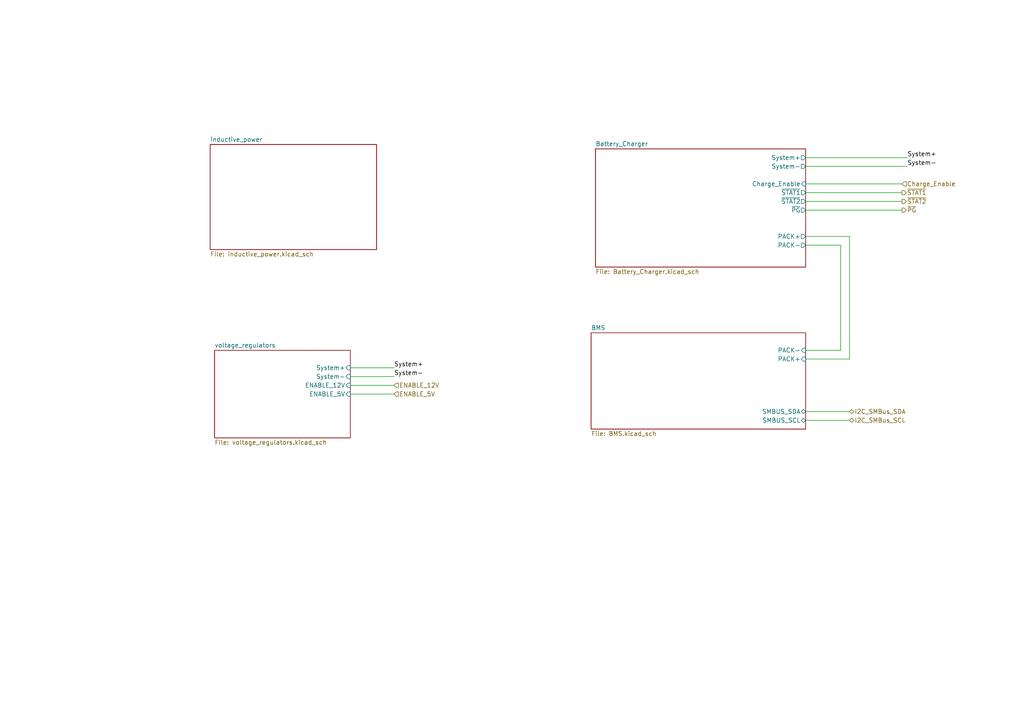
<source format=kicad_sch>
(kicad_sch
	(version 20231120)
	(generator "eeschema")
	(generator_version "8.0")
	(uuid "a4bc7239-59bc-442e-a340-7f23e56e5be3")
	(paper "A4")
	(title_block
		(date "2022-01-24")
	)
	(lib_symbols)
	(wire
		(pts
			(xy 233.68 104.14) (xy 246.38 104.14)
		)
		(stroke
			(width 0)
			(type default)
		)
		(uuid "05c253af-39c0-4001-8b56-2f43f969e0d4")
	)
	(wire
		(pts
			(xy 246.38 104.14) (xy 246.38 68.58)
		)
		(stroke
			(width 0)
			(type default)
		)
		(uuid "187fa065-9745-458c-83b3-61fbd4fed407")
	)
	(wire
		(pts
			(xy 246.38 68.58) (xy 233.68 68.58)
		)
		(stroke
			(width 0)
			(type default)
		)
		(uuid "1f3c18b8-377f-4478-ae19-2aec4213ba7c")
	)
	(wire
		(pts
			(xy 243.84 71.12) (xy 243.84 101.6)
		)
		(stroke
			(width 0)
			(type default)
		)
		(uuid "3c387267-a48d-45fb-bc26-faf451adb339")
	)
	(wire
		(pts
			(xy 233.68 55.88) (xy 261.62 55.88)
		)
		(stroke
			(width 0)
			(type default)
		)
		(uuid "482b6905-1b07-4f0e-8af1-2add861e227f")
	)
	(wire
		(pts
			(xy 233.68 53.34) (xy 261.62 53.34)
		)
		(stroke
			(width 0)
			(type default)
		)
		(uuid "65b46748-6c22-42d4-858b-f7f8bb018451")
	)
	(wire
		(pts
			(xy 233.68 121.92) (xy 246.38 121.92)
		)
		(stroke
			(width 0)
			(type default)
		)
		(uuid "80060225-be81-4ce7-a1e5-7f82e36b45c7")
	)
	(wire
		(pts
			(xy 233.68 119.38) (xy 246.38 119.38)
		)
		(stroke
			(width 0)
			(type default)
		)
		(uuid "84d42205-c4f4-4134-9485-3c4723d20ada")
	)
	(wire
		(pts
			(xy 101.6 111.76) (xy 114.3 111.76)
		)
		(stroke
			(width 0)
			(type default)
		)
		(uuid "92778993-a574-4a11-8389-af9ff80529db")
	)
	(wire
		(pts
			(xy 101.6 109.22) (xy 114.3 109.22)
		)
		(stroke
			(width 0)
			(type default)
		)
		(uuid "9bf0c635-5143-4e9b-ace9-789af9d8fa84")
	)
	(wire
		(pts
			(xy 101.6 114.3) (xy 114.3 114.3)
		)
		(stroke
			(width 0)
			(type default)
		)
		(uuid "a7ae20af-18e4-4270-bb9c-bca515401b6b")
	)
	(wire
		(pts
			(xy 233.68 45.72) (xy 263.144 45.72)
		)
		(stroke
			(width 0)
			(type default)
		)
		(uuid "ba7247f9-538e-4ad0-8235-b65e2fd341d1")
	)
	(wire
		(pts
			(xy 233.68 48.26) (xy 263.144 48.26)
		)
		(stroke
			(width 0)
			(type default)
		)
		(uuid "c9dce4f2-7275-4567-b453-3ebffc432ac7")
	)
	(wire
		(pts
			(xy 233.68 60.96) (xy 261.62 60.96)
		)
		(stroke
			(width 0)
			(type default)
		)
		(uuid "cfd2e184-88d3-49ea-ace1-5d95369e1980")
	)
	(wire
		(pts
			(xy 101.6 106.68) (xy 114.3 106.68)
		)
		(stroke
			(width 0)
			(type default)
		)
		(uuid "dbb19034-21da-4fb6-8c29-c6ea2249951b")
	)
	(wire
		(pts
			(xy 233.68 58.42) (xy 261.62 58.42)
		)
		(stroke
			(width 0)
			(type default)
		)
		(uuid "dd12ac44-1889-4b04-a825-a798eda1a16d")
	)
	(wire
		(pts
			(xy 243.84 101.6) (xy 233.68 101.6)
		)
		(stroke
			(width 0)
			(type default)
		)
		(uuid "e0460e84-fae2-4f7a-9cb4-b83428d4856d")
	)
	(wire
		(pts
			(xy 233.68 71.12) (xy 243.84 71.12)
		)
		(stroke
			(width 0)
			(type default)
		)
		(uuid "f8fbd867-6dc6-4998-a42d-98f97ef6ba16")
	)
	(label "System-"
		(at 263.144 48.26 0)
		(fields_autoplaced yes)
		(effects
			(font
				(size 1.27 1.27)
			)
			(justify left bottom)
		)
		(uuid "01ed4c7a-2c9f-4faa-a2b9-17d3bfad5fee")
	)
	(label "System+"
		(at 263.144 45.72 0)
		(fields_autoplaced yes)
		(effects
			(font
				(size 1.27 1.27)
			)
			(justify left bottom)
		)
		(uuid "3014df41-7cc7-48bd-82d4-fd2845f1f060")
	)
	(label "System-"
		(at 114.3 109.22 0)
		(fields_autoplaced yes)
		(effects
			(font
				(size 1.27 1.27)
			)
			(justify left bottom)
		)
		(uuid "49c7ce44-1118-45c1-bab4-feed828a56c8")
	)
	(label "System+"
		(at 114.3 106.68 0)
		(fields_autoplaced yes)
		(effects
			(font
				(size 1.27 1.27)
			)
			(justify left bottom)
		)
		(uuid "b45bad43-df07-4f68-85b5-14ad00fe2ace")
	)
	(hierarchical_label "I2C_SMBus_SCL"
		(shape bidirectional)
		(at 246.38 121.92 0)
		(fields_autoplaced yes)
		(effects
			(font
				(size 1.27 1.27)
			)
			(justify left)
		)
		(uuid "0dd48be1-6948-4a28-a6fd-99b3c83dcb6c")
	)
	(hierarchical_label "Charge_Enable"
		(shape input)
		(at 261.62 53.34 0)
		(fields_autoplaced yes)
		(effects
			(font
				(size 1.27 1.27)
			)
			(justify left)
		)
		(uuid "27ee3a89-7c17-4b12-90c6-6e4140210b6e")
	)
	(hierarchical_label "ENABLE_12V"
		(shape input)
		(at 114.3 111.76 0)
		(fields_autoplaced yes)
		(effects
			(font
				(size 1.27 1.27)
			)
			(justify left)
		)
		(uuid "35e421d8-2c1a-498d-9413-543122a9facd")
	)
	(hierarchical_label "~{STAT1}"
		(shape output)
		(at 261.62 55.88 0)
		(fields_autoplaced yes)
		(effects
			(font
				(size 1.27 1.27)
			)
			(justify left)
		)
		(uuid "3f6f091f-fc73-431c-9ee7-022e6df43a5d")
	)
	(hierarchical_label "~{PG}"
		(shape output)
		(at 261.62 60.96 0)
		(fields_autoplaced yes)
		(effects
			(font
				(size 1.27 1.27)
			)
			(justify left)
		)
		(uuid "53d09395-fc0a-4046-9ce4-12a29b91dbc1")
	)
	(hierarchical_label "~{STAT2}"
		(shape output)
		(at 261.62 58.42 0)
		(fields_autoplaced yes)
		(effects
			(font
				(size 1.27 1.27)
			)
			(justify left)
		)
		(uuid "540188e3-3663-4b7e-b428-294ca4524b8f")
	)
	(hierarchical_label "I2C_SMBus_SDA"
		(shape bidirectional)
		(at 246.38 119.38 0)
		(fields_autoplaced yes)
		(effects
			(font
				(size 1.27 1.27)
			)
			(justify left)
		)
		(uuid "725fd881-af47-4835-ac18-a5bb6d983ffa")
	)
	(hierarchical_label "ENABLE_5V"
		(shape input)
		(at 114.3 114.3 0)
		(fields_autoplaced yes)
		(effects
			(font
				(size 1.27 1.27)
			)
			(justify left)
		)
		(uuid "e7c99dd3-1271-4e49-84d0-27dc8fb03b1a")
	)
	(sheet
		(at 171.45 96.52)
		(size 62.23 27.94)
		(fields_autoplaced yes)
		(stroke
			(width 0.1524)
			(type solid)
		)
		(fill
			(color 0 0 0 0.0000)
		)
		(uuid "6322ba64-031f-4268-ab02-9455aa953487")
		(property "Sheetname" "BMS"
			(at 171.45 95.8084 0)
			(effects
				(font
					(size 1.27 1.27)
				)
				(justify left bottom)
			)
		)
		(property "Sheetfile" "BMS.kicad_sch"
			(at 171.45 125.0446 0)
			(effects
				(font
					(size 1.27 1.27)
				)
				(justify left top)
			)
		)
		(pin "PACK+" input
			(at 233.68 104.14 0)
			(effects
				(font
					(size 1.27 1.27)
				)
				(justify right)
			)
			(uuid "7e62979f-c09d-4acb-8b9f-1122d3ee72de")
		)
		(pin "SMBUS_SDA" bidirectional
			(at 233.68 119.38 0)
			(effects
				(font
					(size 1.27 1.27)
				)
				(justify right)
			)
			(uuid "f0e6aff5-5df6-43d4-af67-8a6df4b16e32")
		)
		(pin "PACK-" input
			(at 233.68 101.6 0)
			(effects
				(font
					(size 1.27 1.27)
				)
				(justify right)
			)
			(uuid "8a3b5781-43c9-4c8d-a961-7333cefad9e5")
		)
		(pin "SMBUS_SCL" bidirectional
			(at 233.68 121.92 0)
			(effects
				(font
					(size 1.27 1.27)
				)
				(justify right)
			)
			(uuid "17092ad2-da99-4ec1-95bd-0b64b6642bd7")
		)
		(instances
			(project "main_unit"
				(path "/9538e4ed-27e6-4c37-b989-9859dc0d49e8/0ed67ac8-ea12-45f5-aee5-445fb49c7772"
					(page "8")
				)
			)
		)
	)
	(sheet
		(at 62.23 101.6)
		(size 39.37 25.4)
		(fields_autoplaced yes)
		(stroke
			(width 0.1524)
			(type solid)
		)
		(fill
			(color 0 0 0 0.0000)
		)
		(uuid "b441ccc2-3ac2-4218-a58f-c0854ddc1b67")
		(property "Sheetname" "voltage_regulators"
			(at 62.23 100.8884 0)
			(effects
				(font
					(size 1.27 1.27)
				)
				(justify left bottom)
			)
		)
		(property "Sheetfile" "voltage_regulators.kicad_sch"
			(at 62.23 127.5846 0)
			(effects
				(font
					(size 1.27 1.27)
				)
				(justify left top)
			)
		)
		(pin "System+" input
			(at 101.6 106.68 0)
			(effects
				(font
					(size 1.27 1.27)
				)
				(justify right)
			)
			(uuid "229152f8-b4cf-4436-a377-15e3031935d4")
		)
		(pin "System-" input
			(at 101.6 109.22 0)
			(effects
				(font
					(size 1.27 1.27)
				)
				(justify right)
			)
			(uuid "cc353ead-e8b7-4d15-a50d-52dbf81b8e19")
		)
		(pin "ENABLE_12V" input
			(at 101.6 111.76 0)
			(effects
				(font
					(size 1.27 1.27)
				)
				(justify right)
			)
			(uuid "e0912685-92af-464e-a513-6704a68359cc")
		)
		(pin "ENABLE_5V" input
			(at 101.6 114.3 0)
			(effects
				(font
					(size 1.27 1.27)
				)
				(justify right)
			)
			(uuid "e5fb6183-977e-4d7a-8e9f-c3ab4810606d")
		)
		(instances
			(project "main_unit"
				(path "/9538e4ed-27e6-4c37-b989-9859dc0d49e8/0ed67ac8-ea12-45f5-aee5-445fb49c7772"
					(page "6")
				)
			)
		)
	)
	(sheet
		(at 172.72 43.18)
		(size 60.96 34.29)
		(fields_autoplaced yes)
		(stroke
			(width 0.1524)
			(type solid)
		)
		(fill
			(color 0 0 0 0.0000)
		)
		(uuid "daeabd03-8ac8-4e3b-8637-faacb439e41c")
		(property "Sheetname" "Battery_Charger"
			(at 172.72 42.4684 0)
			(effects
				(font
					(size 1.27 1.27)
				)
				(justify left bottom)
			)
		)
		(property "Sheetfile" "Battery_Charger.kicad_sch"
			(at 172.72 78.0546 0)
			(effects
				(font
					(size 1.27 1.27)
				)
				(justify left top)
			)
		)
		(pin "System-" output
			(at 233.68 48.26 0)
			(effects
				(font
					(size 1.27 1.27)
				)
				(justify right)
			)
			(uuid "da8859e4-3f0d-4ae5-9a20-b2d0ad4c3047")
		)
		(pin "~{STAT1}" output
			(at 233.68 55.88 0)
			(effects
				(font
					(size 1.27 1.27)
				)
				(justify right)
			)
			(uuid "2b1dfbd5-bf2d-439e-9716-a6d1390204bb")
		)
		(pin "~{STAT2}" output
			(at 233.68 58.42 0)
			(effects
				(font
					(size 1.27 1.27)
				)
				(justify right)
			)
			(uuid "5092ea62-6d7c-4b00-9abd-eb99145fa455")
		)
		(pin "~{PG}" output
			(at 233.68 60.96 0)
			(effects
				(font
					(size 1.27 1.27)
				)
				(justify right)
			)
			(uuid "2988dd76-264b-4f52-b772-d0b880c4ca0b")
		)
		(pin "PACK+" output
			(at 233.68 68.58 0)
			(effects
				(font
					(size 1.27 1.27)
				)
				(justify right)
			)
			(uuid "0464bb70-6fff-46ad-85eb-19ac6af44dd6")
		)
		(pin "System+" output
			(at 233.68 45.72 0)
			(effects
				(font
					(size 1.27 1.27)
				)
				(justify right)
			)
			(uuid "59d26a62-d199-4418-a642-fcede38a030d")
		)
		(pin "PACK-" output
			(at 233.68 71.12 0)
			(effects
				(font
					(size 1.27 1.27)
				)
				(justify right)
			)
			(uuid "37962402-dd9e-426a-9c92-a475328cd3a1")
		)
		(pin "Charge_Enable" input
			(at 233.68 53.34 0)
			(effects
				(font
					(size 1.27 1.27)
				)
				(justify right)
			)
			(uuid "b02713ee-3033-4d8e-9cf1-fbf007d0d786")
		)
		(instances
			(project "main_unit"
				(path "/9538e4ed-27e6-4c37-b989-9859dc0d49e8/0ed67ac8-ea12-45f5-aee5-445fb49c7772"
					(page "5")
				)
			)
		)
	)
	(sheet
		(at 60.96 41.91)
		(size 48.26 30.48)
		(fields_autoplaced yes)
		(stroke
			(width 0.1524)
			(type solid)
		)
		(fill
			(color 0 0 0 0.0000)
		)
		(uuid "e3dbfbb0-ad3a-4e1f-8dbb-e9f0f2fb50be")
		(property "Sheetname" "inductive_power"
			(at 60.96 41.1984 0)
			(effects
				(font
					(size 1.27 1.27)
				)
				(justify left bottom)
			)
		)
		(property "Sheetfile" "inductive_power.kicad_sch"
			(at 60.96 72.9746 0)
			(effects
				(font
					(size 1.27 1.27)
				)
				(justify left top)
			)
		)
		(instances
			(project "main_unit"
				(path "/9538e4ed-27e6-4c37-b989-9859dc0d49e8/0ed67ac8-ea12-45f5-aee5-445fb49c7772"
					(page "4")
				)
			)
		)
	)
)

</source>
